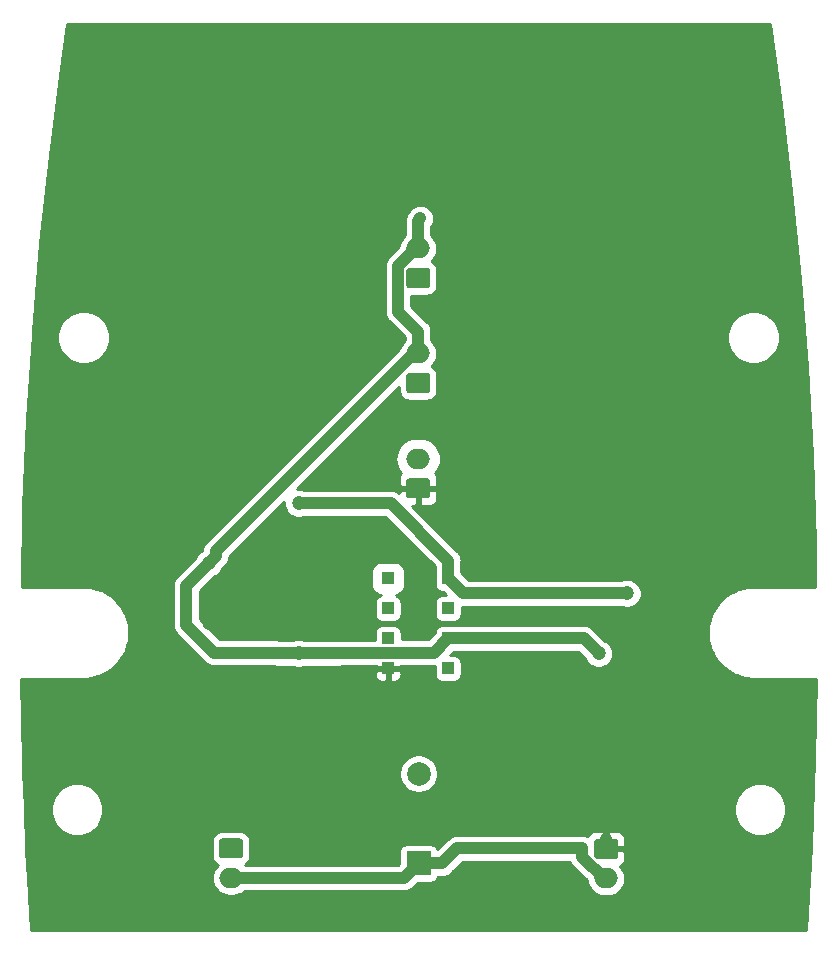
<source format=gbr>
%TF.GenerationSoftware,KiCad,Pcbnew,(5.1.5)-3*%
%TF.CreationDate,2020-08-07T17:04:35+02:00*%
%TF.ProjectId,continuity,636f6e74-696e-4756-9974-792e6b696361,rev?*%
%TF.SameCoordinates,Original*%
%TF.FileFunction,Copper,L2,Bot*%
%TF.FilePolarity,Positive*%
%FSLAX46Y46*%
G04 Gerber Fmt 4.6, Leading zero omitted, Abs format (unit mm)*
G04 Created by KiCad (PCBNEW (5.1.5)-3) date 2020-08-07 17:04:35*
%MOMM*%
%LPD*%
G04 APERTURE LIST*
%ADD10O,2.000000X1.700000*%
%ADD11C,0.100000*%
%ADD12R,1.000000X1.000000*%
%ADD13C,2.000000*%
%ADD14R,2.000000X2.000000*%
%ADD15C,1.200000*%
%ADD16C,1.000000*%
%ADD17C,0.254000*%
G04 APERTURE END LIST*
D10*
X59674025Y-63876329D03*
%TA.AperFunction,ComponentPad*%
D11*
G36*
X60448529Y-65527533D02*
G01*
X60472798Y-65531133D01*
X60496596Y-65537094D01*
X60519696Y-65545359D01*
X60541874Y-65555849D01*
X60562918Y-65568462D01*
X60582623Y-65583076D01*
X60600802Y-65599552D01*
X60617278Y-65617731D01*
X60631892Y-65637436D01*
X60644505Y-65658480D01*
X60654995Y-65680658D01*
X60663260Y-65703758D01*
X60669221Y-65727556D01*
X60672821Y-65751825D01*
X60674025Y-65776329D01*
X60674025Y-66976329D01*
X60672821Y-67000833D01*
X60669221Y-67025102D01*
X60663260Y-67048900D01*
X60654995Y-67072000D01*
X60644505Y-67094178D01*
X60631892Y-67115222D01*
X60617278Y-67134927D01*
X60600802Y-67153106D01*
X60582623Y-67169582D01*
X60562918Y-67184196D01*
X60541874Y-67196809D01*
X60519696Y-67207299D01*
X60496596Y-67215564D01*
X60472798Y-67221525D01*
X60448529Y-67225125D01*
X60424025Y-67226329D01*
X58924025Y-67226329D01*
X58899521Y-67225125D01*
X58875252Y-67221525D01*
X58851454Y-67215564D01*
X58828354Y-67207299D01*
X58806176Y-67196809D01*
X58785132Y-67184196D01*
X58765427Y-67169582D01*
X58747248Y-67153106D01*
X58730772Y-67134927D01*
X58716158Y-67115222D01*
X58703545Y-67094178D01*
X58693055Y-67072000D01*
X58684790Y-67048900D01*
X58678829Y-67025102D01*
X58675229Y-67000833D01*
X58674025Y-66976329D01*
X58674025Y-65776329D01*
X58675229Y-65751825D01*
X58678829Y-65727556D01*
X58684790Y-65703758D01*
X58693055Y-65680658D01*
X58703545Y-65658480D01*
X58716158Y-65637436D01*
X58730772Y-65617731D01*
X58747248Y-65599552D01*
X58765427Y-65583076D01*
X58785132Y-65568462D01*
X58806176Y-65555849D01*
X58828354Y-65545359D01*
X58851454Y-65537094D01*
X58875252Y-65531133D01*
X58899521Y-65527533D01*
X58924025Y-65526329D01*
X60424025Y-65526329D01*
X60448529Y-65527533D01*
G37*
%TD.AperFunction*%
D10*
X43839025Y-99356329D03*
%TA.AperFunction,ComponentPad*%
D11*
G36*
X44613529Y-96007533D02*
G01*
X44637798Y-96011133D01*
X44661596Y-96017094D01*
X44684696Y-96025359D01*
X44706874Y-96035849D01*
X44727918Y-96048462D01*
X44747623Y-96063076D01*
X44765802Y-96079552D01*
X44782278Y-96097731D01*
X44796892Y-96117436D01*
X44809505Y-96138480D01*
X44819995Y-96160658D01*
X44828260Y-96183758D01*
X44834221Y-96207556D01*
X44837821Y-96231825D01*
X44839025Y-96256329D01*
X44839025Y-97456329D01*
X44837821Y-97480833D01*
X44834221Y-97505102D01*
X44828260Y-97528900D01*
X44819995Y-97552000D01*
X44809505Y-97574178D01*
X44796892Y-97595222D01*
X44782278Y-97614927D01*
X44765802Y-97633106D01*
X44747623Y-97649582D01*
X44727918Y-97664196D01*
X44706874Y-97676809D01*
X44684696Y-97687299D01*
X44661596Y-97695564D01*
X44637798Y-97701525D01*
X44613529Y-97705125D01*
X44589025Y-97706329D01*
X43089025Y-97706329D01*
X43064521Y-97705125D01*
X43040252Y-97701525D01*
X43016454Y-97695564D01*
X42993354Y-97687299D01*
X42971176Y-97676809D01*
X42950132Y-97664196D01*
X42930427Y-97649582D01*
X42912248Y-97633106D01*
X42895772Y-97614927D01*
X42881158Y-97595222D01*
X42868545Y-97574178D01*
X42858055Y-97552000D01*
X42849790Y-97528900D01*
X42843829Y-97505102D01*
X42840229Y-97480833D01*
X42839025Y-97456329D01*
X42839025Y-96256329D01*
X42840229Y-96231825D01*
X42843829Y-96207556D01*
X42849790Y-96183758D01*
X42858055Y-96160658D01*
X42868545Y-96138480D01*
X42881158Y-96117436D01*
X42895772Y-96097731D01*
X42912248Y-96079552D01*
X42930427Y-96063076D01*
X42950132Y-96048462D01*
X42971176Y-96035849D01*
X42993354Y-96025359D01*
X43016454Y-96017094D01*
X43040252Y-96011133D01*
X43064521Y-96007533D01*
X43089025Y-96006329D01*
X44589025Y-96006329D01*
X44613529Y-96007533D01*
G37*
%TD.AperFunction*%
D10*
X59674025Y-46056329D03*
%TA.AperFunction,ComponentPad*%
D11*
G36*
X60448529Y-47707533D02*
G01*
X60472798Y-47711133D01*
X60496596Y-47717094D01*
X60519696Y-47725359D01*
X60541874Y-47735849D01*
X60562918Y-47748462D01*
X60582623Y-47763076D01*
X60600802Y-47779552D01*
X60617278Y-47797731D01*
X60631892Y-47817436D01*
X60644505Y-47838480D01*
X60654995Y-47860658D01*
X60663260Y-47883758D01*
X60669221Y-47907556D01*
X60672821Y-47931825D01*
X60674025Y-47956329D01*
X60674025Y-49156329D01*
X60672821Y-49180833D01*
X60669221Y-49205102D01*
X60663260Y-49228900D01*
X60654995Y-49252000D01*
X60644505Y-49274178D01*
X60631892Y-49295222D01*
X60617278Y-49314927D01*
X60600802Y-49333106D01*
X60582623Y-49349582D01*
X60562918Y-49364196D01*
X60541874Y-49376809D01*
X60519696Y-49387299D01*
X60496596Y-49395564D01*
X60472798Y-49401525D01*
X60448529Y-49405125D01*
X60424025Y-49406329D01*
X58924025Y-49406329D01*
X58899521Y-49405125D01*
X58875252Y-49401525D01*
X58851454Y-49395564D01*
X58828354Y-49387299D01*
X58806176Y-49376809D01*
X58785132Y-49364196D01*
X58765427Y-49349582D01*
X58747248Y-49333106D01*
X58730772Y-49314927D01*
X58716158Y-49295222D01*
X58703545Y-49274178D01*
X58693055Y-49252000D01*
X58684790Y-49228900D01*
X58678829Y-49205102D01*
X58675229Y-49180833D01*
X58674025Y-49156329D01*
X58674025Y-47956329D01*
X58675229Y-47931825D01*
X58678829Y-47907556D01*
X58684790Y-47883758D01*
X58693055Y-47860658D01*
X58703545Y-47838480D01*
X58716158Y-47817436D01*
X58730772Y-47797731D01*
X58747248Y-47779552D01*
X58765427Y-47763076D01*
X58785132Y-47748462D01*
X58806176Y-47735849D01*
X58828354Y-47725359D01*
X58851454Y-47717094D01*
X58875252Y-47711133D01*
X58899521Y-47707533D01*
X58924025Y-47706329D01*
X60424025Y-47706329D01*
X60448529Y-47707533D01*
G37*
%TD.AperFunction*%
D12*
X57134025Y-79076329D03*
X57134025Y-81616329D03*
X62214025Y-81616329D03*
X62214025Y-79076329D03*
X57134025Y-76536329D03*
X62214025Y-76536329D03*
X57134025Y-73996329D03*
X62214025Y-73996329D03*
D13*
X59714025Y-90526329D03*
D14*
X59714025Y-98126329D03*
D10*
X75589025Y-99396329D03*
%TA.AperFunction,ComponentPad*%
D11*
G36*
X76363529Y-96047533D02*
G01*
X76387798Y-96051133D01*
X76411596Y-96057094D01*
X76434696Y-96065359D01*
X76456874Y-96075849D01*
X76477918Y-96088462D01*
X76497623Y-96103076D01*
X76515802Y-96119552D01*
X76532278Y-96137731D01*
X76546892Y-96157436D01*
X76559505Y-96178480D01*
X76569995Y-96200658D01*
X76578260Y-96223758D01*
X76584221Y-96247556D01*
X76587821Y-96271825D01*
X76589025Y-96296329D01*
X76589025Y-97496329D01*
X76587821Y-97520833D01*
X76584221Y-97545102D01*
X76578260Y-97568900D01*
X76569995Y-97592000D01*
X76559505Y-97614178D01*
X76546892Y-97635222D01*
X76532278Y-97654927D01*
X76515802Y-97673106D01*
X76497623Y-97689582D01*
X76477918Y-97704196D01*
X76456874Y-97716809D01*
X76434696Y-97727299D01*
X76411596Y-97735564D01*
X76387798Y-97741525D01*
X76363529Y-97745125D01*
X76339025Y-97746329D01*
X74839025Y-97746329D01*
X74814521Y-97745125D01*
X74790252Y-97741525D01*
X74766454Y-97735564D01*
X74743354Y-97727299D01*
X74721176Y-97716809D01*
X74700132Y-97704196D01*
X74680427Y-97689582D01*
X74662248Y-97673106D01*
X74645772Y-97654927D01*
X74631158Y-97635222D01*
X74618545Y-97614178D01*
X74608055Y-97592000D01*
X74599790Y-97568900D01*
X74593829Y-97545102D01*
X74590229Y-97520833D01*
X74589025Y-97496329D01*
X74589025Y-96296329D01*
X74590229Y-96271825D01*
X74593829Y-96247556D01*
X74599790Y-96223758D01*
X74608055Y-96200658D01*
X74618545Y-96178480D01*
X74631158Y-96157436D01*
X74645772Y-96137731D01*
X74662248Y-96119552D01*
X74680427Y-96103076D01*
X74700132Y-96088462D01*
X74721176Y-96075849D01*
X74743354Y-96065359D01*
X74766454Y-96057094D01*
X74790252Y-96051133D01*
X74814521Y-96047533D01*
X74839025Y-96046329D01*
X76339025Y-96046329D01*
X76363529Y-96047533D01*
G37*
%TD.AperFunction*%
D10*
X59674025Y-54946329D03*
%TA.AperFunction,ComponentPad*%
D11*
G36*
X60448529Y-56597533D02*
G01*
X60472798Y-56601133D01*
X60496596Y-56607094D01*
X60519696Y-56615359D01*
X60541874Y-56625849D01*
X60562918Y-56638462D01*
X60582623Y-56653076D01*
X60600802Y-56669552D01*
X60617278Y-56687731D01*
X60631892Y-56707436D01*
X60644505Y-56728480D01*
X60654995Y-56750658D01*
X60663260Y-56773758D01*
X60669221Y-56797556D01*
X60672821Y-56821825D01*
X60674025Y-56846329D01*
X60674025Y-58046329D01*
X60672821Y-58070833D01*
X60669221Y-58095102D01*
X60663260Y-58118900D01*
X60654995Y-58142000D01*
X60644505Y-58164178D01*
X60631892Y-58185222D01*
X60617278Y-58204927D01*
X60600802Y-58223106D01*
X60582623Y-58239582D01*
X60562918Y-58254196D01*
X60541874Y-58266809D01*
X60519696Y-58277299D01*
X60496596Y-58285564D01*
X60472798Y-58291525D01*
X60448529Y-58295125D01*
X60424025Y-58296329D01*
X58924025Y-58296329D01*
X58899521Y-58295125D01*
X58875252Y-58291525D01*
X58851454Y-58285564D01*
X58828354Y-58277299D01*
X58806176Y-58266809D01*
X58785132Y-58254196D01*
X58765427Y-58239582D01*
X58747248Y-58223106D01*
X58730772Y-58204927D01*
X58716158Y-58185222D01*
X58703545Y-58164178D01*
X58693055Y-58142000D01*
X58684790Y-58118900D01*
X58678829Y-58095102D01*
X58675229Y-58070833D01*
X58674025Y-58046329D01*
X58674025Y-56846329D01*
X58675229Y-56821825D01*
X58678829Y-56797556D01*
X58684790Y-56773758D01*
X58693055Y-56750658D01*
X58703545Y-56728480D01*
X58716158Y-56707436D01*
X58730772Y-56687731D01*
X58747248Y-56669552D01*
X58765427Y-56653076D01*
X58785132Y-56638462D01*
X58806176Y-56625849D01*
X58828354Y-56615359D01*
X58851454Y-56607094D01*
X58875252Y-56601133D01*
X58899521Y-56597533D01*
X58924025Y-56596329D01*
X60424025Y-56596329D01*
X60448529Y-56597533D01*
G37*
%TD.AperFunction*%
D15*
X59714025Y-85426329D03*
X57174025Y-70821329D03*
X39394025Y-90506329D03*
X45744025Y-77806329D03*
X41934025Y-77806329D03*
X39394025Y-67646329D03*
X49554025Y-70186329D03*
X53364025Y-58756329D03*
X81304025Y-89236329D03*
X69874025Y-90506329D03*
X59714025Y-77806329D03*
X49523524Y-72739297D03*
X49554025Y-67646329D03*
X77365287Y-75266329D03*
X74954025Y-80346329D03*
X41934025Y-72726329D03*
X49554025Y-80346329D03*
D16*
X75589025Y-96896329D02*
X75589025Y-96046329D01*
X58484025Y-99356329D02*
X59714025Y-98126329D01*
X43839025Y-99356329D02*
X58484025Y-99356329D01*
X62984025Y-96856329D02*
X73589025Y-96856329D01*
X61714025Y-98126329D02*
X62984025Y-96856329D01*
X59714025Y-98126329D02*
X61714025Y-98126329D01*
X75395505Y-99396329D02*
X73589025Y-97589849D01*
X73589025Y-97589849D02*
X73589025Y-96856329D01*
X75589025Y-99396329D02*
X75395505Y-99396329D01*
X57364025Y-67646329D02*
X49554025Y-67646329D01*
X62214025Y-73996329D02*
X62214025Y-72496329D01*
X62214025Y-72496329D02*
X57364025Y-67646329D01*
X63484025Y-75266329D02*
X77365287Y-75266329D01*
X62214025Y-73996329D02*
X63484025Y-75266329D01*
X62214025Y-79076329D02*
X63714025Y-79076329D01*
X63714025Y-79076329D02*
X73684025Y-79076329D01*
X73684025Y-79076329D02*
X74954025Y-80346329D01*
X61014024Y-80276330D02*
X62214025Y-79076329D01*
X59674025Y-43714284D02*
X59674025Y-46056329D01*
X59871980Y-43516329D02*
X59674025Y-43714284D01*
X59674025Y-53096329D02*
X59674025Y-54946329D01*
X57974015Y-51396319D02*
X59674025Y-53096329D01*
X59480505Y-46056329D02*
X57974015Y-47562819D01*
X57974015Y-47562819D02*
X57974015Y-51396319D01*
X59674025Y-46056329D02*
X59480505Y-46056329D01*
X47579026Y-80276330D02*
X42430500Y-80276330D01*
X41334026Y-73326328D02*
X41934025Y-72726329D01*
X40064026Y-77909856D02*
X40064026Y-74596328D01*
X40064026Y-74596328D02*
X41334026Y-73326328D01*
X42534024Y-72126330D02*
X41934025Y-72726329D01*
X59674025Y-54946329D02*
X59292553Y-54946329D01*
X42430500Y-80276330D02*
X40064026Y-77909856D01*
X59292553Y-54946329D02*
X42534024Y-71704858D01*
X42534024Y-71704858D02*
X42534024Y-72126330D01*
X49554025Y-80346329D02*
X61014024Y-80276330D01*
X46309026Y-80276330D02*
X49554025Y-80346329D01*
D17*
G36*
X89463686Y-27030456D02*
G01*
X90410962Y-33801566D01*
X91290620Y-41218266D01*
X92014762Y-48651767D01*
X92583067Y-56098779D01*
X92995293Y-63556128D01*
X93251304Y-71021945D01*
X93315805Y-74679810D01*
X88052164Y-74679787D01*
X88049607Y-74680039D01*
X88038980Y-74680113D01*
X88005770Y-74683603D01*
X87972385Y-74683603D01*
X87962179Y-74684675D01*
X87348771Y-74753477D01*
X87283568Y-74767336D01*
X87218262Y-74780267D01*
X87208459Y-74783301D01*
X86620095Y-74969938D01*
X86558825Y-74996198D01*
X86497275Y-75021567D01*
X86488247Y-75026447D01*
X85947341Y-75323810D01*
X85892332Y-75361476D01*
X85836888Y-75398312D01*
X85828981Y-75404853D01*
X85356134Y-75801616D01*
X85309496Y-75849240D01*
X85262255Y-75896152D01*
X85255769Y-75904104D01*
X84868993Y-76385153D01*
X84832498Y-76440923D01*
X84795265Y-76496122D01*
X84790447Y-76505183D01*
X84504472Y-77052196D01*
X84479501Y-77114001D01*
X84453701Y-77175375D01*
X84450737Y-77185191D01*
X84450735Y-77185197D01*
X84450735Y-77185199D01*
X84276456Y-77777339D01*
X84263966Y-77842811D01*
X84250578Y-77908031D01*
X84249576Y-77918245D01*
X84193630Y-78532960D01*
X84194095Y-78599608D01*
X84193630Y-78666190D01*
X84194631Y-78676403D01*
X84259149Y-79290277D01*
X84272553Y-79355579D01*
X84285027Y-79420970D01*
X84287992Y-79430794D01*
X84470517Y-80020446D01*
X84496345Y-80081888D01*
X84521288Y-80143625D01*
X84526105Y-80152686D01*
X84819685Y-80695655D01*
X84856969Y-80750931D01*
X84893413Y-80806624D01*
X84899895Y-80814572D01*
X84899899Y-80814578D01*
X84899903Y-80814582D01*
X85293350Y-81290182D01*
X85340637Y-81337141D01*
X85387228Y-81384718D01*
X85395135Y-81391260D01*
X85873472Y-81781386D01*
X85928985Y-81818269D01*
X85983925Y-81855888D01*
X85992947Y-81860766D01*
X85992951Y-81860769D01*
X85992955Y-81860771D01*
X86537956Y-82150555D01*
X86599576Y-82175953D01*
X86660775Y-82202184D01*
X86670579Y-82205219D01*
X87261489Y-82383628D01*
X87326852Y-82396571D01*
X87391998Y-82410418D01*
X87402204Y-82411491D01*
X88016512Y-82471727D01*
X88016513Y-82471727D01*
X88052131Y-82475235D01*
X93332978Y-82475258D01*
X93220501Y-89203290D01*
X92939294Y-96666721D01*
X92524202Y-103741606D01*
X26906581Y-103741332D01*
X26645601Y-99356329D01*
X42196840Y-99356329D01*
X42225512Y-99647440D01*
X42310426Y-99927363D01*
X42448319Y-100185343D01*
X42633891Y-100411463D01*
X42860011Y-100597035D01*
X43117991Y-100734928D01*
X43397914Y-100819842D01*
X43616075Y-100841329D01*
X44061975Y-100841329D01*
X44280136Y-100819842D01*
X44560059Y-100734928D01*
X44818039Y-100597035D01*
X44946842Y-100491329D01*
X58428274Y-100491329D01*
X58484025Y-100496820D01*
X58539776Y-100491329D01*
X58539777Y-100491329D01*
X58706524Y-100474906D01*
X58920472Y-100410005D01*
X59117648Y-100304613D01*
X59290474Y-100162778D01*
X59326020Y-100119465D01*
X59681085Y-99764401D01*
X60714025Y-99764401D01*
X60838507Y-99752141D01*
X60958205Y-99715831D01*
X61068519Y-99656866D01*
X61165210Y-99577514D01*
X61244562Y-99480823D01*
X61303527Y-99370509D01*
X61336646Y-99261329D01*
X61658274Y-99261329D01*
X61714025Y-99266820D01*
X61769776Y-99261329D01*
X61769777Y-99261329D01*
X61936524Y-99244906D01*
X62150472Y-99180005D01*
X62347648Y-99074613D01*
X62520474Y-98932778D01*
X62556021Y-98889464D01*
X63454157Y-97991329D01*
X72524742Y-97991329D01*
X72535349Y-98026295D01*
X72640741Y-98223472D01*
X72782576Y-98396298D01*
X72825889Y-98431844D01*
X73963934Y-99569891D01*
X73975512Y-99687440D01*
X74060426Y-99967363D01*
X74198319Y-100225343D01*
X74383891Y-100451463D01*
X74610011Y-100637035D01*
X74867991Y-100774928D01*
X75147914Y-100859842D01*
X75366075Y-100881329D01*
X75811975Y-100881329D01*
X76030136Y-100859842D01*
X76310059Y-100774928D01*
X76568039Y-100637035D01*
X76794159Y-100451463D01*
X76979731Y-100225343D01*
X77117624Y-99967363D01*
X77202538Y-99687440D01*
X77231210Y-99396329D01*
X77202538Y-99105218D01*
X77117624Y-98825295D01*
X76979731Y-98567315D01*
X76798417Y-98346384D01*
X76833205Y-98335831D01*
X76943519Y-98276866D01*
X77040210Y-98197514D01*
X77119562Y-98100823D01*
X77178527Y-97990509D01*
X77214837Y-97870811D01*
X77227097Y-97746329D01*
X77224025Y-97182079D01*
X77065275Y-97023329D01*
X75716025Y-97023329D01*
X75716025Y-97043329D01*
X75462025Y-97043329D01*
X75462025Y-97023329D01*
X75442025Y-97023329D01*
X75442025Y-96769329D01*
X75462025Y-96769329D01*
X75462025Y-95570079D01*
X75716025Y-95570079D01*
X75716025Y-96769329D01*
X77065275Y-96769329D01*
X77224025Y-96610579D01*
X77227097Y-96046329D01*
X77214837Y-95921847D01*
X77178527Y-95802149D01*
X77119562Y-95691835D01*
X77040210Y-95595144D01*
X76943519Y-95515792D01*
X76833205Y-95456827D01*
X76713507Y-95420517D01*
X76589025Y-95408257D01*
X75874775Y-95411329D01*
X75716025Y-95570079D01*
X75462025Y-95570079D01*
X75303275Y-95411329D01*
X74589025Y-95408257D01*
X74464543Y-95420517D01*
X74344845Y-95456827D01*
X74234531Y-95515792D01*
X74137840Y-95595144D01*
X74058488Y-95691835D01*
X74002912Y-95795809D01*
X73811524Y-95737752D01*
X73644777Y-95721329D01*
X73589025Y-95715838D01*
X73533274Y-95721329D01*
X63039768Y-95721329D01*
X62984024Y-95715839D01*
X62928280Y-95721329D01*
X62928273Y-95721329D01*
X62782518Y-95735685D01*
X62761525Y-95737752D01*
X62711730Y-95752858D01*
X62547578Y-95802653D01*
X62350402Y-95908045D01*
X62177576Y-96049880D01*
X62142033Y-96093189D01*
X61315059Y-96920164D01*
X61303527Y-96882149D01*
X61244562Y-96771835D01*
X61165210Y-96675144D01*
X61068519Y-96595792D01*
X60958205Y-96536827D01*
X60838507Y-96500517D01*
X60714025Y-96488257D01*
X58714025Y-96488257D01*
X58589543Y-96500517D01*
X58469845Y-96536827D01*
X58359531Y-96595792D01*
X58262840Y-96675144D01*
X58183488Y-96771835D01*
X58124523Y-96882149D01*
X58088213Y-97001847D01*
X58075953Y-97126329D01*
X58075953Y-98159269D01*
X58013893Y-98221329D01*
X45032655Y-98221329D01*
X45082411Y-98194734D01*
X45216987Y-98084291D01*
X45327430Y-97949715D01*
X45409497Y-97796179D01*
X45460033Y-97629583D01*
X45477097Y-97456329D01*
X45477097Y-96256329D01*
X45460033Y-96083075D01*
X45409497Y-95916479D01*
X45327430Y-95762943D01*
X45216987Y-95628367D01*
X45082411Y-95517924D01*
X44928875Y-95435857D01*
X44762279Y-95385321D01*
X44589025Y-95368257D01*
X43089025Y-95368257D01*
X42915771Y-95385321D01*
X42749175Y-95435857D01*
X42595639Y-95517924D01*
X42461063Y-95628367D01*
X42350620Y-95762943D01*
X42268553Y-95916479D01*
X42218017Y-96083075D01*
X42200953Y-96256329D01*
X42200953Y-97456329D01*
X42218017Y-97629583D01*
X42268553Y-97796179D01*
X42350620Y-97949715D01*
X42461063Y-98084291D01*
X42595639Y-98194734D01*
X42697362Y-98249106D01*
X42633891Y-98301195D01*
X42448319Y-98527315D01*
X42310426Y-98785295D01*
X42225512Y-99065218D01*
X42196840Y-99356329D01*
X26645601Y-99356329D01*
X26503542Y-96969456D01*
X26364390Y-93357145D01*
X28566070Y-93357145D01*
X28566070Y-93797401D01*
X28651960Y-94229198D01*
X28820439Y-94635942D01*
X29065032Y-95002002D01*
X29376341Y-95313311D01*
X29742401Y-95557904D01*
X30149145Y-95726383D01*
X30580942Y-95812273D01*
X31021198Y-95812273D01*
X31452995Y-95726383D01*
X31859739Y-95557904D01*
X32225799Y-95313311D01*
X32537108Y-95002002D01*
X32781701Y-94635942D01*
X32950180Y-94229198D01*
X33036070Y-93797401D01*
X33036070Y-93357386D01*
X86392069Y-93357386D01*
X86392069Y-93797642D01*
X86477959Y-94229439D01*
X86646438Y-94636183D01*
X86891031Y-95002243D01*
X87202340Y-95313552D01*
X87568400Y-95558145D01*
X87975144Y-95726624D01*
X88406941Y-95812514D01*
X88847197Y-95812514D01*
X89278994Y-95726624D01*
X89685738Y-95558145D01*
X90051798Y-95313552D01*
X90363107Y-95002243D01*
X90607700Y-94636183D01*
X90776179Y-94229439D01*
X90862069Y-93797642D01*
X90862069Y-93357386D01*
X90776179Y-92925589D01*
X90607700Y-92518845D01*
X90363107Y-92152785D01*
X90051798Y-91841476D01*
X89685738Y-91596883D01*
X89278994Y-91428404D01*
X88847197Y-91342514D01*
X88406941Y-91342514D01*
X87975144Y-91428404D01*
X87568400Y-91596883D01*
X87202340Y-91841476D01*
X86891031Y-92152785D01*
X86646438Y-92518845D01*
X86477959Y-92925589D01*
X86392069Y-93357386D01*
X33036070Y-93357386D01*
X33036070Y-93357145D01*
X32950180Y-92925348D01*
X32781701Y-92518604D01*
X32537108Y-92152544D01*
X32225799Y-91841235D01*
X31859739Y-91596642D01*
X31452995Y-91428163D01*
X31021198Y-91342273D01*
X30580942Y-91342273D01*
X30149145Y-91428163D01*
X29742401Y-91596642D01*
X29376341Y-91841235D01*
X29065032Y-92152544D01*
X28820439Y-92518604D01*
X28651960Y-92925348D01*
X28566070Y-93357145D01*
X26364390Y-93357145D01*
X26249139Y-90365296D01*
X58079025Y-90365296D01*
X58079025Y-90687362D01*
X58141857Y-91003241D01*
X58265107Y-91300792D01*
X58444038Y-91568581D01*
X58671773Y-91796316D01*
X58939562Y-91975247D01*
X59237113Y-92098497D01*
X59552992Y-92161329D01*
X59875058Y-92161329D01*
X60190937Y-92098497D01*
X60488488Y-91975247D01*
X60756277Y-91796316D01*
X60984012Y-91568581D01*
X61162943Y-91300792D01*
X61286193Y-91003241D01*
X61349025Y-90687362D01*
X61349025Y-90365296D01*
X61286193Y-90049417D01*
X61162943Y-89751866D01*
X60984012Y-89484077D01*
X60756277Y-89256342D01*
X60488488Y-89077411D01*
X60190937Y-88954161D01*
X59875058Y-88891329D01*
X59552992Y-88891329D01*
X59237113Y-88954161D01*
X58939562Y-89077411D01*
X58671773Y-89256342D01*
X58444038Y-89484077D01*
X58265107Y-89751866D01*
X58141857Y-90049417D01*
X58079025Y-90365296D01*
X26249139Y-90365296D01*
X26216051Y-89506364D01*
X26092577Y-82474977D01*
X31376101Y-82475000D01*
X31378658Y-82474748D01*
X31389285Y-82474674D01*
X31422495Y-82471184D01*
X31455879Y-82471184D01*
X31466085Y-82470112D01*
X32079494Y-82401310D01*
X32144676Y-82387455D01*
X32210005Y-82374520D01*
X32219808Y-82371486D01*
X32808171Y-82184848D01*
X32869417Y-82158598D01*
X32930990Y-82133220D01*
X32940017Y-82128339D01*
X32961863Y-82116329D01*
X55995953Y-82116329D01*
X56008213Y-82240811D01*
X56044523Y-82360509D01*
X56103488Y-82470823D01*
X56182840Y-82567514D01*
X56279531Y-82646866D01*
X56389845Y-82705831D01*
X56509543Y-82742141D01*
X56634025Y-82754401D01*
X56848275Y-82751329D01*
X57007025Y-82592579D01*
X57007025Y-81743329D01*
X57261025Y-81743329D01*
X57261025Y-82592579D01*
X57419775Y-82751329D01*
X57634025Y-82754401D01*
X57758507Y-82742141D01*
X57878205Y-82705831D01*
X57988519Y-82646866D01*
X58085210Y-82567514D01*
X58164562Y-82470823D01*
X58223527Y-82360509D01*
X58259837Y-82240811D01*
X58272097Y-82116329D01*
X58269025Y-81902079D01*
X58110275Y-81743329D01*
X57261025Y-81743329D01*
X57007025Y-81743329D01*
X56157775Y-81743329D01*
X55999025Y-81902079D01*
X55995953Y-82116329D01*
X32961863Y-82116329D01*
X33480924Y-81830976D01*
X33535907Y-81793329D01*
X33591377Y-81756475D01*
X33599284Y-81749934D01*
X34072132Y-81353172D01*
X34118772Y-81305544D01*
X34166011Y-81258635D01*
X34172497Y-81250683D01*
X34559273Y-80769634D01*
X34595768Y-80713864D01*
X34633001Y-80658665D01*
X34637819Y-80649604D01*
X34923794Y-80102591D01*
X34948765Y-80040786D01*
X34974565Y-79979412D01*
X34977529Y-79969596D01*
X34977531Y-79969590D01*
X34977532Y-79969584D01*
X35151810Y-79377447D01*
X35164303Y-79311960D01*
X35177688Y-79246754D01*
X35178690Y-79236541D01*
X35234636Y-78621826D01*
X35234171Y-78555178D01*
X35234636Y-78488596D01*
X35233635Y-78478383D01*
X35169117Y-77864509D01*
X35155713Y-77799207D01*
X35143239Y-77733816D01*
X35140274Y-77723992D01*
X34957749Y-77134340D01*
X34931925Y-77072906D01*
X34906979Y-77011162D01*
X34902161Y-77002101D01*
X34608581Y-76459131D01*
X34571341Y-76403920D01*
X34534853Y-76348160D01*
X34528367Y-76340207D01*
X34134915Y-75864602D01*
X34087625Y-75817641D01*
X34041037Y-75770067D01*
X34033131Y-75763525D01*
X33554793Y-75373399D01*
X33499280Y-75336516D01*
X33444340Y-75298897D01*
X33435318Y-75294019D01*
X33435314Y-75294016D01*
X33435307Y-75294013D01*
X32890310Y-75004230D01*
X32828702Y-74978837D01*
X32767491Y-74952601D01*
X32757688Y-74949566D01*
X32166777Y-74771157D01*
X32101401Y-74758212D01*
X32036268Y-74744367D01*
X32026064Y-74743294D01*
X32026062Y-74743294D01*
X31411752Y-74683058D01*
X31411742Y-74683058D01*
X31376134Y-74679551D01*
X26115714Y-74679528D01*
X26117539Y-74596328D01*
X38923535Y-74596328D01*
X38929027Y-74652089D01*
X38929026Y-77854104D01*
X38923535Y-77909856D01*
X38929026Y-77965607D01*
X38945449Y-78132354D01*
X39010350Y-78346302D01*
X39115742Y-78543479D01*
X39257577Y-78716305D01*
X39300890Y-78751852D01*
X41588513Y-81039476D01*
X41624051Y-81082779D01*
X41667354Y-81118317D01*
X41667356Y-81118319D01*
X41789153Y-81218275D01*
X41796877Y-81224614D01*
X41994053Y-81330006D01*
X42208001Y-81394907D01*
X42368078Y-81410673D01*
X42430500Y-81416821D01*
X42486252Y-81411330D01*
X46296817Y-81411330D01*
X49040858Y-81470523D01*
X49193789Y-81533869D01*
X49432388Y-81581329D01*
X49675662Y-81581329D01*
X49914261Y-81533869D01*
X50048343Y-81478330D01*
X56109753Y-81441307D01*
X56157775Y-81489329D01*
X57007025Y-81489329D01*
X57007025Y-81469329D01*
X57261025Y-81469329D01*
X57261025Y-81489329D01*
X58110275Y-81489329D01*
X58170887Y-81428717D01*
X60961728Y-81411670D01*
X61014024Y-81416821D01*
X61073236Y-81410989D01*
X61075953Y-81410973D01*
X61075953Y-82116329D01*
X61088213Y-82240811D01*
X61124523Y-82360509D01*
X61183488Y-82470823D01*
X61262840Y-82567514D01*
X61359531Y-82646866D01*
X61469845Y-82705831D01*
X61589543Y-82742141D01*
X61714025Y-82754401D01*
X62714025Y-82754401D01*
X62838507Y-82742141D01*
X62958205Y-82705831D01*
X63068519Y-82646866D01*
X63165210Y-82567514D01*
X63244562Y-82470823D01*
X63303527Y-82360509D01*
X63339837Y-82240811D01*
X63352097Y-82116329D01*
X63352097Y-81116329D01*
X63339837Y-80991847D01*
X63303527Y-80872149D01*
X63244562Y-80761835D01*
X63165210Y-80665144D01*
X63068519Y-80585792D01*
X62958205Y-80526827D01*
X62838507Y-80490517D01*
X62714025Y-80478257D01*
X62417229Y-80478257D01*
X62681085Y-80214401D01*
X62714025Y-80214401D01*
X62745217Y-80211329D01*
X73213894Y-80211329D01*
X73807042Y-80804477D01*
X73859582Y-80931321D01*
X73994738Y-81133596D01*
X74166758Y-81305616D01*
X74369033Y-81440772D01*
X74593789Y-81533869D01*
X74832388Y-81581329D01*
X75075662Y-81581329D01*
X75314261Y-81533869D01*
X75539017Y-81440772D01*
X75741292Y-81305616D01*
X75913312Y-81133596D01*
X76048468Y-80931321D01*
X76141565Y-80706565D01*
X76189025Y-80467966D01*
X76189025Y-80224692D01*
X76141565Y-79986093D01*
X76048468Y-79761337D01*
X75913312Y-79559062D01*
X75741292Y-79387042D01*
X75539017Y-79251886D01*
X75412173Y-79199346D01*
X74526021Y-78313194D01*
X74490474Y-78269880D01*
X74317648Y-78128045D01*
X74120472Y-78022653D01*
X73906524Y-77957752D01*
X73739777Y-77941329D01*
X73739776Y-77941329D01*
X73684025Y-77935838D01*
X73628274Y-77941329D01*
X62745217Y-77941329D01*
X62714025Y-77938257D01*
X62238586Y-77938257D01*
X62214025Y-77935838D01*
X62189464Y-77938257D01*
X61714025Y-77938257D01*
X61589543Y-77950517D01*
X61469845Y-77986827D01*
X61359531Y-78045792D01*
X61262840Y-78125144D01*
X61183488Y-78221835D01*
X61124523Y-78332149D01*
X61088213Y-78451847D01*
X61075953Y-78576329D01*
X61075953Y-78609269D01*
X60541024Y-79144198D01*
X58272097Y-79158057D01*
X58272097Y-78576329D01*
X58259837Y-78451847D01*
X58223527Y-78332149D01*
X58164562Y-78221835D01*
X58085210Y-78125144D01*
X57988519Y-78045792D01*
X57878205Y-77986827D01*
X57758507Y-77950517D01*
X57634025Y-77938257D01*
X56634025Y-77938257D01*
X56509543Y-77950517D01*
X56389845Y-77986827D01*
X56279531Y-78045792D01*
X56182840Y-78125144D01*
X56103488Y-78221835D01*
X56044523Y-78332149D01*
X56008213Y-78451847D01*
X55995953Y-78576329D01*
X55995953Y-79171960D01*
X50033976Y-79208377D01*
X49914261Y-79158789D01*
X49675662Y-79111329D01*
X49432388Y-79111329D01*
X49193789Y-79158789D01*
X49091661Y-79201092D01*
X47856564Y-79174449D01*
X47801525Y-79157753D01*
X47634778Y-79141330D01*
X46321248Y-79141330D01*
X46277765Y-79140392D01*
X46265544Y-79141330D01*
X42900633Y-79141330D01*
X41199026Y-77439725D01*
X41199026Y-75066459D01*
X42176014Y-74089472D01*
X42176018Y-74089467D01*
X42392173Y-73873313D01*
X42519017Y-73820772D01*
X42721292Y-73685616D01*
X42893312Y-73513596D01*
X42904849Y-73496329D01*
X55702540Y-73496329D01*
X55702540Y-74496329D01*
X55720438Y-74678053D01*
X55773445Y-74852793D01*
X55859524Y-75013834D01*
X55975366Y-75154988D01*
X56116520Y-75270830D01*
X56277561Y-75356909D01*
X56452301Y-75409916D01*
X56497009Y-75414319D01*
X56389845Y-75446827D01*
X56279531Y-75505792D01*
X56182840Y-75585144D01*
X56103488Y-75681835D01*
X56044523Y-75792149D01*
X56008213Y-75911847D01*
X55995953Y-76036329D01*
X55995953Y-77036329D01*
X56008213Y-77160811D01*
X56044523Y-77280509D01*
X56103488Y-77390823D01*
X56182840Y-77487514D01*
X56279531Y-77566866D01*
X56389845Y-77625831D01*
X56509543Y-77662141D01*
X56634025Y-77674401D01*
X57634025Y-77674401D01*
X57758507Y-77662141D01*
X57878205Y-77625831D01*
X57988519Y-77566866D01*
X58085210Y-77487514D01*
X58164562Y-77390823D01*
X58223527Y-77280509D01*
X58259837Y-77160811D01*
X58272097Y-77036329D01*
X58272097Y-76036329D01*
X58259837Y-75911847D01*
X58223527Y-75792149D01*
X58164562Y-75681835D01*
X58085210Y-75585144D01*
X57988519Y-75505792D01*
X57878205Y-75446827D01*
X57771041Y-75414319D01*
X57815749Y-75409916D01*
X57990489Y-75356909D01*
X58151530Y-75270830D01*
X58292684Y-75154988D01*
X58408526Y-75013834D01*
X58494605Y-74852793D01*
X58547612Y-74678053D01*
X58565510Y-74496329D01*
X58565510Y-73496329D01*
X58547612Y-73314605D01*
X58494605Y-73139865D01*
X58408526Y-72978824D01*
X58292684Y-72837670D01*
X58151530Y-72721828D01*
X57990489Y-72635749D01*
X57815749Y-72582742D01*
X57634025Y-72564844D01*
X56634025Y-72564844D01*
X56452301Y-72582742D01*
X56277561Y-72635749D01*
X56116520Y-72721828D01*
X55975366Y-72837670D01*
X55859524Y-72978824D01*
X55773445Y-73139865D01*
X55720438Y-73314605D01*
X55702540Y-73496329D01*
X42904849Y-73496329D01*
X43028468Y-73311321D01*
X43081008Y-73184477D01*
X43297164Y-72968322D01*
X43340473Y-72932779D01*
X43482308Y-72759953D01*
X43587700Y-72562777D01*
X43652601Y-72348829D01*
X43669799Y-72174214D01*
X48319025Y-67524988D01*
X48319025Y-67767966D01*
X48366485Y-68006565D01*
X48459582Y-68231321D01*
X48594738Y-68433596D01*
X48766758Y-68605616D01*
X48969033Y-68740772D01*
X49193789Y-68833869D01*
X49432388Y-68881329D01*
X49675662Y-68881329D01*
X49914261Y-68833869D01*
X50041104Y-68781329D01*
X56893894Y-68781329D01*
X61079025Y-72966461D01*
X61079025Y-73465137D01*
X61075953Y-73496329D01*
X61075953Y-73971768D01*
X61073534Y-73996329D01*
X61075953Y-74020890D01*
X61075953Y-74496329D01*
X61088213Y-74620811D01*
X61124523Y-74740509D01*
X61183488Y-74850823D01*
X61262840Y-74947514D01*
X61359531Y-75026866D01*
X61469845Y-75085831D01*
X61589543Y-75122141D01*
X61714025Y-75134401D01*
X61746966Y-75134401D01*
X62010822Y-75398257D01*
X61714025Y-75398257D01*
X61589543Y-75410517D01*
X61469845Y-75446827D01*
X61359531Y-75505792D01*
X61262840Y-75585144D01*
X61183488Y-75681835D01*
X61124523Y-75792149D01*
X61088213Y-75911847D01*
X61075953Y-76036329D01*
X61075953Y-77036329D01*
X61088213Y-77160811D01*
X61124523Y-77280509D01*
X61183488Y-77390823D01*
X61262840Y-77487514D01*
X61359531Y-77566866D01*
X61469845Y-77625831D01*
X61589543Y-77662141D01*
X61714025Y-77674401D01*
X62714025Y-77674401D01*
X62838507Y-77662141D01*
X62958205Y-77625831D01*
X63068519Y-77566866D01*
X63165210Y-77487514D01*
X63244562Y-77390823D01*
X63303527Y-77280509D01*
X63339837Y-77160811D01*
X63352097Y-77036329D01*
X63352097Y-76393826D01*
X63428273Y-76401329D01*
X63428280Y-76401329D01*
X63484024Y-76406819D01*
X63539768Y-76401329D01*
X76878208Y-76401329D01*
X77005051Y-76453869D01*
X77243650Y-76501329D01*
X77486924Y-76501329D01*
X77725523Y-76453869D01*
X77950279Y-76360772D01*
X78152554Y-76225616D01*
X78324574Y-76053596D01*
X78459730Y-75851321D01*
X78552827Y-75626565D01*
X78600287Y-75387966D01*
X78600287Y-75144692D01*
X78552827Y-74906093D01*
X78459730Y-74681337D01*
X78324574Y-74479062D01*
X78152554Y-74307042D01*
X77950279Y-74171886D01*
X77725523Y-74078789D01*
X77486924Y-74031329D01*
X77243650Y-74031329D01*
X77005051Y-74078789D01*
X76878208Y-74131329D01*
X63954157Y-74131329D01*
X63352097Y-73529270D01*
X63352097Y-73496329D01*
X63349025Y-73465137D01*
X63349025Y-72552081D01*
X63354516Y-72496329D01*
X63332602Y-72273830D01*
X63267701Y-72059882D01*
X63162309Y-71862706D01*
X63083799Y-71767042D01*
X63020474Y-71689880D01*
X62977166Y-71654338D01*
X59185030Y-67862203D01*
X59388275Y-67861329D01*
X59547025Y-67702579D01*
X59547025Y-66503329D01*
X59801025Y-66503329D01*
X59801025Y-67702579D01*
X59959775Y-67861329D01*
X60674025Y-67864401D01*
X60798507Y-67852141D01*
X60918205Y-67815831D01*
X61028519Y-67756866D01*
X61125210Y-67677514D01*
X61204562Y-67580823D01*
X61263527Y-67470509D01*
X61299837Y-67350811D01*
X61312097Y-67226329D01*
X61309025Y-66662079D01*
X61150275Y-66503329D01*
X59801025Y-66503329D01*
X59547025Y-66503329D01*
X58197775Y-66503329D01*
X58039025Y-66662079D01*
X58038646Y-66731691D01*
X57997648Y-66698045D01*
X57800472Y-66592653D01*
X57586524Y-66527752D01*
X57419777Y-66511329D01*
X57419776Y-66511329D01*
X57364025Y-66505838D01*
X57308274Y-66511329D01*
X50041104Y-66511329D01*
X49914261Y-66458789D01*
X49675662Y-66411329D01*
X49432684Y-66411329D01*
X51967684Y-63876329D01*
X57738427Y-63876329D01*
X57772737Y-64224682D01*
X57874348Y-64559648D01*
X58039355Y-64868354D01*
X58215952Y-65083537D01*
X58143488Y-65171835D01*
X58084523Y-65282149D01*
X58048213Y-65401847D01*
X58035953Y-65526329D01*
X58039025Y-66090579D01*
X58197775Y-66249329D01*
X59547025Y-66249329D01*
X59547025Y-66229329D01*
X59801025Y-66229329D01*
X59801025Y-66249329D01*
X61150275Y-66249329D01*
X61309025Y-66090579D01*
X61312097Y-65526329D01*
X61299837Y-65401847D01*
X61263527Y-65282149D01*
X61204562Y-65171835D01*
X61132098Y-65083537D01*
X61308695Y-64868354D01*
X61473702Y-64559648D01*
X61575313Y-64224682D01*
X61609623Y-63876329D01*
X61575313Y-63527976D01*
X61473702Y-63193010D01*
X61308695Y-62884304D01*
X61086633Y-62613721D01*
X60816050Y-62391659D01*
X60507344Y-62226652D01*
X60172378Y-62125041D01*
X59911321Y-62099329D01*
X59436729Y-62099329D01*
X59175672Y-62125041D01*
X58840706Y-62226652D01*
X58532000Y-62391659D01*
X58261417Y-62613721D01*
X58039355Y-62884304D01*
X57874348Y-63193010D01*
X57772737Y-63527976D01*
X57738427Y-63876329D01*
X51967684Y-63876329D01*
X58035953Y-57808061D01*
X58035953Y-58046329D01*
X58053017Y-58219583D01*
X58103553Y-58386179D01*
X58185620Y-58539715D01*
X58296063Y-58674291D01*
X58430639Y-58784734D01*
X58584175Y-58866801D01*
X58750771Y-58917337D01*
X58924025Y-58934401D01*
X60424025Y-58934401D01*
X60597279Y-58917337D01*
X60763875Y-58866801D01*
X60917411Y-58784734D01*
X61051987Y-58674291D01*
X61162430Y-58539715D01*
X61244497Y-58386179D01*
X61295033Y-58219583D01*
X61312097Y-58046329D01*
X61312097Y-56846329D01*
X61295033Y-56673075D01*
X61244497Y-56506479D01*
X61162430Y-56352943D01*
X61051987Y-56218367D01*
X60917411Y-56107924D01*
X60815688Y-56053552D01*
X60879159Y-56001463D01*
X61064731Y-55775343D01*
X61202624Y-55517363D01*
X61287538Y-55237440D01*
X61316210Y-54946329D01*
X61287538Y-54655218D01*
X61202624Y-54375295D01*
X61064731Y-54117315D01*
X60879159Y-53891195D01*
X60809025Y-53833637D01*
X60809025Y-53357383D01*
X85820236Y-53357383D01*
X85820236Y-53797639D01*
X85906126Y-54229436D01*
X86074605Y-54636180D01*
X86319198Y-55002240D01*
X86630507Y-55313549D01*
X86996567Y-55558142D01*
X87403311Y-55726621D01*
X87835108Y-55812511D01*
X88275364Y-55812511D01*
X88707161Y-55726621D01*
X89113905Y-55558142D01*
X89479965Y-55313549D01*
X89791274Y-55002240D01*
X90035867Y-54636180D01*
X90204346Y-54229436D01*
X90290236Y-53797639D01*
X90290236Y-53357383D01*
X90204346Y-52925586D01*
X90035867Y-52518842D01*
X89791274Y-52152782D01*
X89479965Y-51841473D01*
X89113905Y-51596880D01*
X88707161Y-51428401D01*
X88275364Y-51342511D01*
X87835108Y-51342511D01*
X87403311Y-51428401D01*
X86996567Y-51596880D01*
X86630507Y-51841473D01*
X86319198Y-52152782D01*
X86074605Y-52518842D01*
X85906126Y-52925586D01*
X85820236Y-53357383D01*
X60809025Y-53357383D01*
X60809025Y-53152072D01*
X60814515Y-53096328D01*
X60809025Y-53040584D01*
X60809025Y-53040577D01*
X60792602Y-52873830D01*
X60727701Y-52659882D01*
X60622309Y-52462706D01*
X60480474Y-52289880D01*
X60437165Y-52254338D01*
X59109015Y-50926188D01*
X59109015Y-50044401D01*
X60424025Y-50044401D01*
X60597279Y-50027337D01*
X60763875Y-49976801D01*
X60917411Y-49894734D01*
X61051987Y-49784291D01*
X61162430Y-49649715D01*
X61244497Y-49496179D01*
X61295033Y-49329583D01*
X61312097Y-49156329D01*
X61312097Y-47956329D01*
X61295033Y-47783075D01*
X61244497Y-47616479D01*
X61162430Y-47462943D01*
X61051987Y-47328367D01*
X60917411Y-47217924D01*
X60815688Y-47163552D01*
X60879159Y-47111463D01*
X61064731Y-46885343D01*
X61202624Y-46627363D01*
X61287538Y-46347440D01*
X61316210Y-46056329D01*
X61287538Y-45765218D01*
X61202624Y-45485295D01*
X61064731Y-45227315D01*
X60879159Y-45001195D01*
X60809025Y-44943637D01*
X60809025Y-44163646D01*
X60820264Y-44149951D01*
X60925656Y-43952775D01*
X60990557Y-43738827D01*
X61012471Y-43516329D01*
X60990557Y-43293830D01*
X60925656Y-43079882D01*
X60820264Y-42882706D01*
X60678429Y-42709880D01*
X60505603Y-42568045D01*
X60308427Y-42462653D01*
X60094479Y-42397752D01*
X59871980Y-42375838D01*
X59649482Y-42397752D01*
X59435534Y-42462653D01*
X59238358Y-42568045D01*
X59108837Y-42674340D01*
X58910888Y-42872289D01*
X58867576Y-42907835D01*
X58725741Y-43080661D01*
X58620350Y-43277837D01*
X58620349Y-43277838D01*
X58555448Y-43491786D01*
X58533534Y-43714284D01*
X58539025Y-43770036D01*
X58539026Y-44943637D01*
X58468891Y-45001195D01*
X58283319Y-45227315D01*
X58145426Y-45485295D01*
X58060512Y-45765218D01*
X58048934Y-45882767D01*
X57210879Y-46720824D01*
X57167566Y-46756370D01*
X57025731Y-46929196D01*
X56920340Y-47126372D01*
X56920339Y-47126373D01*
X56855438Y-47340321D01*
X56833524Y-47562819D01*
X56839015Y-47618571D01*
X56839016Y-51340558D01*
X56833524Y-51396319D01*
X56855438Y-51618817D01*
X56920339Y-51832765D01*
X56924994Y-51841473D01*
X57025732Y-52029942D01*
X57167567Y-52202768D01*
X57210875Y-52238310D01*
X58539025Y-53566461D01*
X58539025Y-53833637D01*
X58468891Y-53891195D01*
X58283319Y-54117315D01*
X58145426Y-54375295D01*
X58096209Y-54537541D01*
X41770889Y-70862862D01*
X41727575Y-70898409D01*
X41585740Y-71071235D01*
X41482527Y-71264335D01*
X41480348Y-71268412D01*
X41415447Y-71482360D01*
X41402918Y-71609566D01*
X41349033Y-71631886D01*
X41146758Y-71767042D01*
X40974738Y-71939062D01*
X40839582Y-72141337D01*
X40787041Y-72268181D01*
X40570887Y-72484336D01*
X40570882Y-72484340D01*
X39300886Y-73754337D01*
X39257578Y-73789879D01*
X39115743Y-73962705D01*
X39097771Y-73996329D01*
X39010350Y-74159882D01*
X38945449Y-74373830D01*
X38923535Y-74596328D01*
X26117539Y-74596328D01*
X26263235Y-67956055D01*
X26583406Y-60494243D01*
X27039555Y-53357147D01*
X29138237Y-53357147D01*
X29138237Y-53797403D01*
X29224127Y-54229200D01*
X29392606Y-54635944D01*
X29637199Y-55002004D01*
X29948508Y-55313313D01*
X30314568Y-55557906D01*
X30721312Y-55726385D01*
X31153109Y-55812275D01*
X31593365Y-55812275D01*
X32025162Y-55726385D01*
X32431906Y-55557906D01*
X32797966Y-55313313D01*
X33109275Y-55002004D01*
X33353868Y-54635944D01*
X33522347Y-54229200D01*
X33608237Y-53797403D01*
X33608237Y-53357147D01*
X33522347Y-52925350D01*
X33353868Y-52518606D01*
X33109275Y-52152546D01*
X32797966Y-51841237D01*
X32431906Y-51596644D01*
X32025162Y-51428165D01*
X31593365Y-51342275D01*
X31153109Y-51342275D01*
X30721312Y-51428165D01*
X30314568Y-51596644D01*
X29948508Y-51841237D01*
X29637199Y-52152546D01*
X29392606Y-52518606D01*
X29224127Y-52925350D01*
X29138237Y-53357147D01*
X27039555Y-53357147D01*
X27059774Y-53040799D01*
X27692136Y-45598898D01*
X28480208Y-38171893D01*
X29423839Y-30761509D01*
X29962239Y-27030208D01*
X89463686Y-27030456D01*
G37*
X89463686Y-27030456D02*
X90410962Y-33801566D01*
X91290620Y-41218266D01*
X92014762Y-48651767D01*
X92583067Y-56098779D01*
X92995293Y-63556128D01*
X93251304Y-71021945D01*
X93315805Y-74679810D01*
X88052164Y-74679787D01*
X88049607Y-74680039D01*
X88038980Y-74680113D01*
X88005770Y-74683603D01*
X87972385Y-74683603D01*
X87962179Y-74684675D01*
X87348771Y-74753477D01*
X87283568Y-74767336D01*
X87218262Y-74780267D01*
X87208459Y-74783301D01*
X86620095Y-74969938D01*
X86558825Y-74996198D01*
X86497275Y-75021567D01*
X86488247Y-75026447D01*
X85947341Y-75323810D01*
X85892332Y-75361476D01*
X85836888Y-75398312D01*
X85828981Y-75404853D01*
X85356134Y-75801616D01*
X85309496Y-75849240D01*
X85262255Y-75896152D01*
X85255769Y-75904104D01*
X84868993Y-76385153D01*
X84832498Y-76440923D01*
X84795265Y-76496122D01*
X84790447Y-76505183D01*
X84504472Y-77052196D01*
X84479501Y-77114001D01*
X84453701Y-77175375D01*
X84450737Y-77185191D01*
X84450735Y-77185197D01*
X84450735Y-77185199D01*
X84276456Y-77777339D01*
X84263966Y-77842811D01*
X84250578Y-77908031D01*
X84249576Y-77918245D01*
X84193630Y-78532960D01*
X84194095Y-78599608D01*
X84193630Y-78666190D01*
X84194631Y-78676403D01*
X84259149Y-79290277D01*
X84272553Y-79355579D01*
X84285027Y-79420970D01*
X84287992Y-79430794D01*
X84470517Y-80020446D01*
X84496345Y-80081888D01*
X84521288Y-80143625D01*
X84526105Y-80152686D01*
X84819685Y-80695655D01*
X84856969Y-80750931D01*
X84893413Y-80806624D01*
X84899895Y-80814572D01*
X84899899Y-80814578D01*
X84899903Y-80814582D01*
X85293350Y-81290182D01*
X85340637Y-81337141D01*
X85387228Y-81384718D01*
X85395135Y-81391260D01*
X85873472Y-81781386D01*
X85928985Y-81818269D01*
X85983925Y-81855888D01*
X85992947Y-81860766D01*
X85992951Y-81860769D01*
X85992955Y-81860771D01*
X86537956Y-82150555D01*
X86599576Y-82175953D01*
X86660775Y-82202184D01*
X86670579Y-82205219D01*
X87261489Y-82383628D01*
X87326852Y-82396571D01*
X87391998Y-82410418D01*
X87402204Y-82411491D01*
X88016512Y-82471727D01*
X88016513Y-82471727D01*
X88052131Y-82475235D01*
X93332978Y-82475258D01*
X93220501Y-89203290D01*
X92939294Y-96666721D01*
X92524202Y-103741606D01*
X26906581Y-103741332D01*
X26645601Y-99356329D01*
X42196840Y-99356329D01*
X42225512Y-99647440D01*
X42310426Y-99927363D01*
X42448319Y-100185343D01*
X42633891Y-100411463D01*
X42860011Y-100597035D01*
X43117991Y-100734928D01*
X43397914Y-100819842D01*
X43616075Y-100841329D01*
X44061975Y-100841329D01*
X44280136Y-100819842D01*
X44560059Y-100734928D01*
X44818039Y-100597035D01*
X44946842Y-100491329D01*
X58428274Y-100491329D01*
X58484025Y-100496820D01*
X58539776Y-100491329D01*
X58539777Y-100491329D01*
X58706524Y-100474906D01*
X58920472Y-100410005D01*
X59117648Y-100304613D01*
X59290474Y-100162778D01*
X59326020Y-100119465D01*
X59681085Y-99764401D01*
X60714025Y-99764401D01*
X60838507Y-99752141D01*
X60958205Y-99715831D01*
X61068519Y-99656866D01*
X61165210Y-99577514D01*
X61244562Y-99480823D01*
X61303527Y-99370509D01*
X61336646Y-99261329D01*
X61658274Y-99261329D01*
X61714025Y-99266820D01*
X61769776Y-99261329D01*
X61769777Y-99261329D01*
X61936524Y-99244906D01*
X62150472Y-99180005D01*
X62347648Y-99074613D01*
X62520474Y-98932778D01*
X62556021Y-98889464D01*
X63454157Y-97991329D01*
X72524742Y-97991329D01*
X72535349Y-98026295D01*
X72640741Y-98223472D01*
X72782576Y-98396298D01*
X72825889Y-98431844D01*
X73963934Y-99569891D01*
X73975512Y-99687440D01*
X74060426Y-99967363D01*
X74198319Y-100225343D01*
X74383891Y-100451463D01*
X74610011Y-100637035D01*
X74867991Y-100774928D01*
X75147914Y-100859842D01*
X75366075Y-100881329D01*
X75811975Y-100881329D01*
X76030136Y-100859842D01*
X76310059Y-100774928D01*
X76568039Y-100637035D01*
X76794159Y-100451463D01*
X76979731Y-100225343D01*
X77117624Y-99967363D01*
X77202538Y-99687440D01*
X77231210Y-99396329D01*
X77202538Y-99105218D01*
X77117624Y-98825295D01*
X76979731Y-98567315D01*
X76798417Y-98346384D01*
X76833205Y-98335831D01*
X76943519Y-98276866D01*
X77040210Y-98197514D01*
X77119562Y-98100823D01*
X77178527Y-97990509D01*
X77214837Y-97870811D01*
X77227097Y-97746329D01*
X77224025Y-97182079D01*
X77065275Y-97023329D01*
X75716025Y-97023329D01*
X75716025Y-97043329D01*
X75462025Y-97043329D01*
X75462025Y-97023329D01*
X75442025Y-97023329D01*
X75442025Y-96769329D01*
X75462025Y-96769329D01*
X75462025Y-95570079D01*
X75716025Y-95570079D01*
X75716025Y-96769329D01*
X77065275Y-96769329D01*
X77224025Y-96610579D01*
X77227097Y-96046329D01*
X77214837Y-95921847D01*
X77178527Y-95802149D01*
X77119562Y-95691835D01*
X77040210Y-95595144D01*
X76943519Y-95515792D01*
X76833205Y-95456827D01*
X76713507Y-95420517D01*
X76589025Y-95408257D01*
X75874775Y-95411329D01*
X75716025Y-95570079D01*
X75462025Y-95570079D01*
X75303275Y-95411329D01*
X74589025Y-95408257D01*
X74464543Y-95420517D01*
X74344845Y-95456827D01*
X74234531Y-95515792D01*
X74137840Y-95595144D01*
X74058488Y-95691835D01*
X74002912Y-95795809D01*
X73811524Y-95737752D01*
X73644777Y-95721329D01*
X73589025Y-95715838D01*
X73533274Y-95721329D01*
X63039768Y-95721329D01*
X62984024Y-95715839D01*
X62928280Y-95721329D01*
X62928273Y-95721329D01*
X62782518Y-95735685D01*
X62761525Y-95737752D01*
X62711730Y-95752858D01*
X62547578Y-95802653D01*
X62350402Y-95908045D01*
X62177576Y-96049880D01*
X62142033Y-96093189D01*
X61315059Y-96920164D01*
X61303527Y-96882149D01*
X61244562Y-96771835D01*
X61165210Y-96675144D01*
X61068519Y-96595792D01*
X60958205Y-96536827D01*
X60838507Y-96500517D01*
X60714025Y-96488257D01*
X58714025Y-96488257D01*
X58589543Y-96500517D01*
X58469845Y-96536827D01*
X58359531Y-96595792D01*
X58262840Y-96675144D01*
X58183488Y-96771835D01*
X58124523Y-96882149D01*
X58088213Y-97001847D01*
X58075953Y-97126329D01*
X58075953Y-98159269D01*
X58013893Y-98221329D01*
X45032655Y-98221329D01*
X45082411Y-98194734D01*
X45216987Y-98084291D01*
X45327430Y-97949715D01*
X45409497Y-97796179D01*
X45460033Y-97629583D01*
X45477097Y-97456329D01*
X45477097Y-96256329D01*
X45460033Y-96083075D01*
X45409497Y-95916479D01*
X45327430Y-95762943D01*
X45216987Y-95628367D01*
X45082411Y-95517924D01*
X44928875Y-95435857D01*
X44762279Y-95385321D01*
X44589025Y-95368257D01*
X43089025Y-95368257D01*
X42915771Y-95385321D01*
X42749175Y-95435857D01*
X42595639Y-95517924D01*
X42461063Y-95628367D01*
X42350620Y-95762943D01*
X42268553Y-95916479D01*
X42218017Y-96083075D01*
X42200953Y-96256329D01*
X42200953Y-97456329D01*
X42218017Y-97629583D01*
X42268553Y-97796179D01*
X42350620Y-97949715D01*
X42461063Y-98084291D01*
X42595639Y-98194734D01*
X42697362Y-98249106D01*
X42633891Y-98301195D01*
X42448319Y-98527315D01*
X42310426Y-98785295D01*
X42225512Y-99065218D01*
X42196840Y-99356329D01*
X26645601Y-99356329D01*
X26503542Y-96969456D01*
X26364390Y-93357145D01*
X28566070Y-93357145D01*
X28566070Y-93797401D01*
X28651960Y-94229198D01*
X28820439Y-94635942D01*
X29065032Y-95002002D01*
X29376341Y-95313311D01*
X29742401Y-95557904D01*
X30149145Y-95726383D01*
X30580942Y-95812273D01*
X31021198Y-95812273D01*
X31452995Y-95726383D01*
X31859739Y-95557904D01*
X32225799Y-95313311D01*
X32537108Y-95002002D01*
X32781701Y-94635942D01*
X32950180Y-94229198D01*
X33036070Y-93797401D01*
X33036070Y-93357386D01*
X86392069Y-93357386D01*
X86392069Y-93797642D01*
X86477959Y-94229439D01*
X86646438Y-94636183D01*
X86891031Y-95002243D01*
X87202340Y-95313552D01*
X87568400Y-95558145D01*
X87975144Y-95726624D01*
X88406941Y-95812514D01*
X88847197Y-95812514D01*
X89278994Y-95726624D01*
X89685738Y-95558145D01*
X90051798Y-95313552D01*
X90363107Y-95002243D01*
X90607700Y-94636183D01*
X90776179Y-94229439D01*
X90862069Y-93797642D01*
X90862069Y-93357386D01*
X90776179Y-92925589D01*
X90607700Y-92518845D01*
X90363107Y-92152785D01*
X90051798Y-91841476D01*
X89685738Y-91596883D01*
X89278994Y-91428404D01*
X88847197Y-91342514D01*
X88406941Y-91342514D01*
X87975144Y-91428404D01*
X87568400Y-91596883D01*
X87202340Y-91841476D01*
X86891031Y-92152785D01*
X86646438Y-92518845D01*
X86477959Y-92925589D01*
X86392069Y-93357386D01*
X33036070Y-93357386D01*
X33036070Y-93357145D01*
X32950180Y-92925348D01*
X32781701Y-92518604D01*
X32537108Y-92152544D01*
X32225799Y-91841235D01*
X31859739Y-91596642D01*
X31452995Y-91428163D01*
X31021198Y-91342273D01*
X30580942Y-91342273D01*
X30149145Y-91428163D01*
X29742401Y-91596642D01*
X29376341Y-91841235D01*
X29065032Y-92152544D01*
X28820439Y-92518604D01*
X28651960Y-92925348D01*
X28566070Y-93357145D01*
X26364390Y-93357145D01*
X26249139Y-90365296D01*
X58079025Y-90365296D01*
X58079025Y-90687362D01*
X58141857Y-91003241D01*
X58265107Y-91300792D01*
X58444038Y-91568581D01*
X58671773Y-91796316D01*
X58939562Y-91975247D01*
X59237113Y-92098497D01*
X59552992Y-92161329D01*
X59875058Y-92161329D01*
X60190937Y-92098497D01*
X60488488Y-91975247D01*
X60756277Y-91796316D01*
X60984012Y-91568581D01*
X61162943Y-91300792D01*
X61286193Y-91003241D01*
X61349025Y-90687362D01*
X61349025Y-90365296D01*
X61286193Y-90049417D01*
X61162943Y-89751866D01*
X60984012Y-89484077D01*
X60756277Y-89256342D01*
X60488488Y-89077411D01*
X60190937Y-88954161D01*
X59875058Y-88891329D01*
X59552992Y-88891329D01*
X59237113Y-88954161D01*
X58939562Y-89077411D01*
X58671773Y-89256342D01*
X58444038Y-89484077D01*
X58265107Y-89751866D01*
X58141857Y-90049417D01*
X58079025Y-90365296D01*
X26249139Y-90365296D01*
X26216051Y-89506364D01*
X26092577Y-82474977D01*
X31376101Y-82475000D01*
X31378658Y-82474748D01*
X31389285Y-82474674D01*
X31422495Y-82471184D01*
X31455879Y-82471184D01*
X31466085Y-82470112D01*
X32079494Y-82401310D01*
X32144676Y-82387455D01*
X32210005Y-82374520D01*
X32219808Y-82371486D01*
X32808171Y-82184848D01*
X32869417Y-82158598D01*
X32930990Y-82133220D01*
X32940017Y-82128339D01*
X32961863Y-82116329D01*
X55995953Y-82116329D01*
X56008213Y-82240811D01*
X56044523Y-82360509D01*
X56103488Y-82470823D01*
X56182840Y-82567514D01*
X56279531Y-82646866D01*
X56389845Y-82705831D01*
X56509543Y-82742141D01*
X56634025Y-82754401D01*
X56848275Y-82751329D01*
X57007025Y-82592579D01*
X57007025Y-81743329D01*
X57261025Y-81743329D01*
X57261025Y-82592579D01*
X57419775Y-82751329D01*
X57634025Y-82754401D01*
X57758507Y-82742141D01*
X57878205Y-82705831D01*
X57988519Y-82646866D01*
X58085210Y-82567514D01*
X58164562Y-82470823D01*
X58223527Y-82360509D01*
X58259837Y-82240811D01*
X58272097Y-82116329D01*
X58269025Y-81902079D01*
X58110275Y-81743329D01*
X57261025Y-81743329D01*
X57007025Y-81743329D01*
X56157775Y-81743329D01*
X55999025Y-81902079D01*
X55995953Y-82116329D01*
X32961863Y-82116329D01*
X33480924Y-81830976D01*
X33535907Y-81793329D01*
X33591377Y-81756475D01*
X33599284Y-81749934D01*
X34072132Y-81353172D01*
X34118772Y-81305544D01*
X34166011Y-81258635D01*
X34172497Y-81250683D01*
X34559273Y-80769634D01*
X34595768Y-80713864D01*
X34633001Y-80658665D01*
X34637819Y-80649604D01*
X34923794Y-80102591D01*
X34948765Y-80040786D01*
X34974565Y-79979412D01*
X34977529Y-79969596D01*
X34977531Y-79969590D01*
X34977532Y-79969584D01*
X35151810Y-79377447D01*
X35164303Y-79311960D01*
X35177688Y-79246754D01*
X35178690Y-79236541D01*
X35234636Y-78621826D01*
X35234171Y-78555178D01*
X35234636Y-78488596D01*
X35233635Y-78478383D01*
X35169117Y-77864509D01*
X35155713Y-77799207D01*
X35143239Y-77733816D01*
X35140274Y-77723992D01*
X34957749Y-77134340D01*
X34931925Y-77072906D01*
X34906979Y-77011162D01*
X34902161Y-77002101D01*
X34608581Y-76459131D01*
X34571341Y-76403920D01*
X34534853Y-76348160D01*
X34528367Y-76340207D01*
X34134915Y-75864602D01*
X34087625Y-75817641D01*
X34041037Y-75770067D01*
X34033131Y-75763525D01*
X33554793Y-75373399D01*
X33499280Y-75336516D01*
X33444340Y-75298897D01*
X33435318Y-75294019D01*
X33435314Y-75294016D01*
X33435307Y-75294013D01*
X32890310Y-75004230D01*
X32828702Y-74978837D01*
X32767491Y-74952601D01*
X32757688Y-74949566D01*
X32166777Y-74771157D01*
X32101401Y-74758212D01*
X32036268Y-74744367D01*
X32026064Y-74743294D01*
X32026062Y-74743294D01*
X31411752Y-74683058D01*
X31411742Y-74683058D01*
X31376134Y-74679551D01*
X26115714Y-74679528D01*
X26117539Y-74596328D01*
X38923535Y-74596328D01*
X38929027Y-74652089D01*
X38929026Y-77854104D01*
X38923535Y-77909856D01*
X38929026Y-77965607D01*
X38945449Y-78132354D01*
X39010350Y-78346302D01*
X39115742Y-78543479D01*
X39257577Y-78716305D01*
X39300890Y-78751852D01*
X41588513Y-81039476D01*
X41624051Y-81082779D01*
X41667354Y-81118317D01*
X41667356Y-81118319D01*
X41789153Y-81218275D01*
X41796877Y-81224614D01*
X41994053Y-81330006D01*
X42208001Y-81394907D01*
X42368078Y-81410673D01*
X42430500Y-81416821D01*
X42486252Y-81411330D01*
X46296817Y-81411330D01*
X49040858Y-81470523D01*
X49193789Y-81533869D01*
X49432388Y-81581329D01*
X49675662Y-81581329D01*
X49914261Y-81533869D01*
X50048343Y-81478330D01*
X56109753Y-81441307D01*
X56157775Y-81489329D01*
X57007025Y-81489329D01*
X57007025Y-81469329D01*
X57261025Y-81469329D01*
X57261025Y-81489329D01*
X58110275Y-81489329D01*
X58170887Y-81428717D01*
X60961728Y-81411670D01*
X61014024Y-81416821D01*
X61073236Y-81410989D01*
X61075953Y-81410973D01*
X61075953Y-82116329D01*
X61088213Y-82240811D01*
X61124523Y-82360509D01*
X61183488Y-82470823D01*
X61262840Y-82567514D01*
X61359531Y-82646866D01*
X61469845Y-82705831D01*
X61589543Y-82742141D01*
X61714025Y-82754401D01*
X62714025Y-82754401D01*
X62838507Y-82742141D01*
X62958205Y-82705831D01*
X63068519Y-82646866D01*
X63165210Y-82567514D01*
X63244562Y-82470823D01*
X63303527Y-82360509D01*
X63339837Y-82240811D01*
X63352097Y-82116329D01*
X63352097Y-81116329D01*
X63339837Y-80991847D01*
X63303527Y-80872149D01*
X63244562Y-80761835D01*
X63165210Y-80665144D01*
X63068519Y-80585792D01*
X62958205Y-80526827D01*
X62838507Y-80490517D01*
X62714025Y-80478257D01*
X62417229Y-80478257D01*
X62681085Y-80214401D01*
X62714025Y-80214401D01*
X62745217Y-80211329D01*
X73213894Y-80211329D01*
X73807042Y-80804477D01*
X73859582Y-80931321D01*
X73994738Y-81133596D01*
X74166758Y-81305616D01*
X74369033Y-81440772D01*
X74593789Y-81533869D01*
X74832388Y-81581329D01*
X75075662Y-81581329D01*
X75314261Y-81533869D01*
X75539017Y-81440772D01*
X75741292Y-81305616D01*
X75913312Y-81133596D01*
X76048468Y-80931321D01*
X76141565Y-80706565D01*
X76189025Y-80467966D01*
X76189025Y-80224692D01*
X76141565Y-79986093D01*
X76048468Y-79761337D01*
X75913312Y-79559062D01*
X75741292Y-79387042D01*
X75539017Y-79251886D01*
X75412173Y-79199346D01*
X74526021Y-78313194D01*
X74490474Y-78269880D01*
X74317648Y-78128045D01*
X74120472Y-78022653D01*
X73906524Y-77957752D01*
X73739777Y-77941329D01*
X73739776Y-77941329D01*
X73684025Y-77935838D01*
X73628274Y-77941329D01*
X62745217Y-77941329D01*
X62714025Y-77938257D01*
X62238586Y-77938257D01*
X62214025Y-77935838D01*
X62189464Y-77938257D01*
X61714025Y-77938257D01*
X61589543Y-77950517D01*
X61469845Y-77986827D01*
X61359531Y-78045792D01*
X61262840Y-78125144D01*
X61183488Y-78221835D01*
X61124523Y-78332149D01*
X61088213Y-78451847D01*
X61075953Y-78576329D01*
X61075953Y-78609269D01*
X60541024Y-79144198D01*
X58272097Y-79158057D01*
X58272097Y-78576329D01*
X58259837Y-78451847D01*
X58223527Y-78332149D01*
X58164562Y-78221835D01*
X58085210Y-78125144D01*
X57988519Y-78045792D01*
X57878205Y-77986827D01*
X57758507Y-77950517D01*
X57634025Y-77938257D01*
X56634025Y-77938257D01*
X56509543Y-77950517D01*
X56389845Y-77986827D01*
X56279531Y-78045792D01*
X56182840Y-78125144D01*
X56103488Y-78221835D01*
X56044523Y-78332149D01*
X56008213Y-78451847D01*
X55995953Y-78576329D01*
X55995953Y-79171960D01*
X50033976Y-79208377D01*
X49914261Y-79158789D01*
X49675662Y-79111329D01*
X49432388Y-79111329D01*
X49193789Y-79158789D01*
X49091661Y-79201092D01*
X47856564Y-79174449D01*
X47801525Y-79157753D01*
X47634778Y-79141330D01*
X46321248Y-79141330D01*
X46277765Y-79140392D01*
X46265544Y-79141330D01*
X42900633Y-79141330D01*
X41199026Y-77439725D01*
X41199026Y-75066459D01*
X42176014Y-74089472D01*
X42176018Y-74089467D01*
X42392173Y-73873313D01*
X42519017Y-73820772D01*
X42721292Y-73685616D01*
X42893312Y-73513596D01*
X42904849Y-73496329D01*
X55702540Y-73496329D01*
X55702540Y-74496329D01*
X55720438Y-74678053D01*
X55773445Y-74852793D01*
X55859524Y-75013834D01*
X55975366Y-75154988D01*
X56116520Y-75270830D01*
X56277561Y-75356909D01*
X56452301Y-75409916D01*
X56497009Y-75414319D01*
X56389845Y-75446827D01*
X56279531Y-75505792D01*
X56182840Y-75585144D01*
X56103488Y-75681835D01*
X56044523Y-75792149D01*
X56008213Y-75911847D01*
X55995953Y-76036329D01*
X55995953Y-77036329D01*
X56008213Y-77160811D01*
X56044523Y-77280509D01*
X56103488Y-77390823D01*
X56182840Y-77487514D01*
X56279531Y-77566866D01*
X56389845Y-77625831D01*
X56509543Y-77662141D01*
X56634025Y-77674401D01*
X57634025Y-77674401D01*
X57758507Y-77662141D01*
X57878205Y-77625831D01*
X57988519Y-77566866D01*
X58085210Y-77487514D01*
X58164562Y-77390823D01*
X58223527Y-77280509D01*
X58259837Y-77160811D01*
X58272097Y-77036329D01*
X58272097Y-76036329D01*
X58259837Y-75911847D01*
X58223527Y-75792149D01*
X58164562Y-75681835D01*
X58085210Y-75585144D01*
X57988519Y-75505792D01*
X57878205Y-75446827D01*
X57771041Y-75414319D01*
X57815749Y-75409916D01*
X57990489Y-75356909D01*
X58151530Y-75270830D01*
X58292684Y-75154988D01*
X58408526Y-75013834D01*
X58494605Y-74852793D01*
X58547612Y-74678053D01*
X58565510Y-74496329D01*
X58565510Y-73496329D01*
X58547612Y-73314605D01*
X58494605Y-73139865D01*
X58408526Y-72978824D01*
X58292684Y-72837670D01*
X58151530Y-72721828D01*
X57990489Y-72635749D01*
X57815749Y-72582742D01*
X57634025Y-72564844D01*
X56634025Y-72564844D01*
X56452301Y-72582742D01*
X56277561Y-72635749D01*
X56116520Y-72721828D01*
X55975366Y-72837670D01*
X55859524Y-72978824D01*
X55773445Y-73139865D01*
X55720438Y-73314605D01*
X55702540Y-73496329D01*
X42904849Y-73496329D01*
X43028468Y-73311321D01*
X43081008Y-73184477D01*
X43297164Y-72968322D01*
X43340473Y-72932779D01*
X43482308Y-72759953D01*
X43587700Y-72562777D01*
X43652601Y-72348829D01*
X43669799Y-72174214D01*
X48319025Y-67524988D01*
X48319025Y-67767966D01*
X48366485Y-68006565D01*
X48459582Y-68231321D01*
X48594738Y-68433596D01*
X48766758Y-68605616D01*
X48969033Y-68740772D01*
X49193789Y-68833869D01*
X49432388Y-68881329D01*
X49675662Y-68881329D01*
X49914261Y-68833869D01*
X50041104Y-68781329D01*
X56893894Y-68781329D01*
X61079025Y-72966461D01*
X61079025Y-73465137D01*
X61075953Y-73496329D01*
X61075953Y-73971768D01*
X61073534Y-73996329D01*
X61075953Y-74020890D01*
X61075953Y-74496329D01*
X61088213Y-74620811D01*
X61124523Y-74740509D01*
X61183488Y-74850823D01*
X61262840Y-74947514D01*
X61359531Y-75026866D01*
X61469845Y-75085831D01*
X61589543Y-75122141D01*
X61714025Y-75134401D01*
X61746966Y-75134401D01*
X62010822Y-75398257D01*
X61714025Y-75398257D01*
X61589543Y-75410517D01*
X61469845Y-75446827D01*
X61359531Y-75505792D01*
X61262840Y-75585144D01*
X61183488Y-75681835D01*
X61124523Y-75792149D01*
X61088213Y-75911847D01*
X61075953Y-76036329D01*
X61075953Y-77036329D01*
X61088213Y-77160811D01*
X61124523Y-77280509D01*
X61183488Y-77390823D01*
X61262840Y-77487514D01*
X61359531Y-77566866D01*
X61469845Y-77625831D01*
X61589543Y-77662141D01*
X61714025Y-77674401D01*
X62714025Y-77674401D01*
X62838507Y-77662141D01*
X62958205Y-77625831D01*
X63068519Y-77566866D01*
X63165210Y-77487514D01*
X63244562Y-77390823D01*
X63303527Y-77280509D01*
X63339837Y-77160811D01*
X63352097Y-77036329D01*
X63352097Y-76393826D01*
X63428273Y-76401329D01*
X63428280Y-76401329D01*
X63484024Y-76406819D01*
X63539768Y-76401329D01*
X76878208Y-76401329D01*
X77005051Y-76453869D01*
X77243650Y-76501329D01*
X77486924Y-76501329D01*
X77725523Y-76453869D01*
X77950279Y-76360772D01*
X78152554Y-76225616D01*
X78324574Y-76053596D01*
X78459730Y-75851321D01*
X78552827Y-75626565D01*
X78600287Y-75387966D01*
X78600287Y-75144692D01*
X78552827Y-74906093D01*
X78459730Y-74681337D01*
X78324574Y-74479062D01*
X78152554Y-74307042D01*
X77950279Y-74171886D01*
X77725523Y-74078789D01*
X77486924Y-74031329D01*
X77243650Y-74031329D01*
X77005051Y-74078789D01*
X76878208Y-74131329D01*
X63954157Y-74131329D01*
X63352097Y-73529270D01*
X63352097Y-73496329D01*
X63349025Y-73465137D01*
X63349025Y-72552081D01*
X63354516Y-72496329D01*
X63332602Y-72273830D01*
X63267701Y-72059882D01*
X63162309Y-71862706D01*
X63083799Y-71767042D01*
X63020474Y-71689880D01*
X62977166Y-71654338D01*
X59185030Y-67862203D01*
X59388275Y-67861329D01*
X59547025Y-67702579D01*
X59547025Y-66503329D01*
X59801025Y-66503329D01*
X59801025Y-67702579D01*
X59959775Y-67861329D01*
X60674025Y-67864401D01*
X60798507Y-67852141D01*
X60918205Y-67815831D01*
X61028519Y-67756866D01*
X61125210Y-67677514D01*
X61204562Y-67580823D01*
X61263527Y-67470509D01*
X61299837Y-67350811D01*
X61312097Y-67226329D01*
X61309025Y-66662079D01*
X61150275Y-66503329D01*
X59801025Y-66503329D01*
X59547025Y-66503329D01*
X58197775Y-66503329D01*
X58039025Y-66662079D01*
X58038646Y-66731691D01*
X57997648Y-66698045D01*
X57800472Y-66592653D01*
X57586524Y-66527752D01*
X57419777Y-66511329D01*
X57419776Y-66511329D01*
X57364025Y-66505838D01*
X57308274Y-66511329D01*
X50041104Y-66511329D01*
X49914261Y-66458789D01*
X49675662Y-66411329D01*
X49432684Y-66411329D01*
X51967684Y-63876329D01*
X57738427Y-63876329D01*
X57772737Y-64224682D01*
X57874348Y-64559648D01*
X58039355Y-64868354D01*
X58215952Y-65083537D01*
X58143488Y-65171835D01*
X58084523Y-65282149D01*
X58048213Y-65401847D01*
X58035953Y-65526329D01*
X58039025Y-66090579D01*
X58197775Y-66249329D01*
X59547025Y-66249329D01*
X59547025Y-66229329D01*
X59801025Y-66229329D01*
X59801025Y-66249329D01*
X61150275Y-66249329D01*
X61309025Y-66090579D01*
X61312097Y-65526329D01*
X61299837Y-65401847D01*
X61263527Y-65282149D01*
X61204562Y-65171835D01*
X61132098Y-65083537D01*
X61308695Y-64868354D01*
X61473702Y-64559648D01*
X61575313Y-64224682D01*
X61609623Y-63876329D01*
X61575313Y-63527976D01*
X61473702Y-63193010D01*
X61308695Y-62884304D01*
X61086633Y-62613721D01*
X60816050Y-62391659D01*
X60507344Y-62226652D01*
X60172378Y-62125041D01*
X59911321Y-62099329D01*
X59436729Y-62099329D01*
X59175672Y-62125041D01*
X58840706Y-62226652D01*
X58532000Y-62391659D01*
X58261417Y-62613721D01*
X58039355Y-62884304D01*
X57874348Y-63193010D01*
X57772737Y-63527976D01*
X57738427Y-63876329D01*
X51967684Y-63876329D01*
X58035953Y-57808061D01*
X58035953Y-58046329D01*
X58053017Y-58219583D01*
X58103553Y-58386179D01*
X58185620Y-58539715D01*
X58296063Y-58674291D01*
X58430639Y-58784734D01*
X58584175Y-58866801D01*
X58750771Y-58917337D01*
X58924025Y-58934401D01*
X60424025Y-58934401D01*
X60597279Y-58917337D01*
X60763875Y-58866801D01*
X60917411Y-58784734D01*
X61051987Y-58674291D01*
X61162430Y-58539715D01*
X61244497Y-58386179D01*
X61295033Y-58219583D01*
X61312097Y-58046329D01*
X61312097Y-56846329D01*
X61295033Y-56673075D01*
X61244497Y-56506479D01*
X61162430Y-56352943D01*
X61051987Y-56218367D01*
X60917411Y-56107924D01*
X60815688Y-56053552D01*
X60879159Y-56001463D01*
X61064731Y-55775343D01*
X61202624Y-55517363D01*
X61287538Y-55237440D01*
X61316210Y-54946329D01*
X61287538Y-54655218D01*
X61202624Y-54375295D01*
X61064731Y-54117315D01*
X60879159Y-53891195D01*
X60809025Y-53833637D01*
X60809025Y-53357383D01*
X85820236Y-53357383D01*
X85820236Y-53797639D01*
X85906126Y-54229436D01*
X86074605Y-54636180D01*
X86319198Y-55002240D01*
X86630507Y-55313549D01*
X86996567Y-55558142D01*
X87403311Y-55726621D01*
X87835108Y-55812511D01*
X88275364Y-55812511D01*
X88707161Y-55726621D01*
X89113905Y-55558142D01*
X89479965Y-55313549D01*
X89791274Y-55002240D01*
X90035867Y-54636180D01*
X90204346Y-54229436D01*
X90290236Y-53797639D01*
X90290236Y-53357383D01*
X90204346Y-52925586D01*
X90035867Y-52518842D01*
X89791274Y-52152782D01*
X89479965Y-51841473D01*
X89113905Y-51596880D01*
X88707161Y-51428401D01*
X88275364Y-51342511D01*
X87835108Y-51342511D01*
X87403311Y-51428401D01*
X86996567Y-51596880D01*
X86630507Y-51841473D01*
X86319198Y-52152782D01*
X86074605Y-52518842D01*
X85906126Y-52925586D01*
X85820236Y-53357383D01*
X60809025Y-53357383D01*
X60809025Y-53152072D01*
X60814515Y-53096328D01*
X60809025Y-53040584D01*
X60809025Y-53040577D01*
X60792602Y-52873830D01*
X60727701Y-52659882D01*
X60622309Y-52462706D01*
X60480474Y-52289880D01*
X60437165Y-52254338D01*
X59109015Y-50926188D01*
X59109015Y-50044401D01*
X60424025Y-50044401D01*
X60597279Y-50027337D01*
X60763875Y-49976801D01*
X60917411Y-49894734D01*
X61051987Y-49784291D01*
X61162430Y-49649715D01*
X61244497Y-49496179D01*
X61295033Y-49329583D01*
X61312097Y-49156329D01*
X61312097Y-47956329D01*
X61295033Y-47783075D01*
X61244497Y-47616479D01*
X61162430Y-47462943D01*
X61051987Y-47328367D01*
X60917411Y-47217924D01*
X60815688Y-47163552D01*
X60879159Y-47111463D01*
X61064731Y-46885343D01*
X61202624Y-46627363D01*
X61287538Y-46347440D01*
X61316210Y-46056329D01*
X61287538Y-45765218D01*
X61202624Y-45485295D01*
X61064731Y-45227315D01*
X60879159Y-45001195D01*
X60809025Y-44943637D01*
X60809025Y-44163646D01*
X60820264Y-44149951D01*
X60925656Y-43952775D01*
X60990557Y-43738827D01*
X61012471Y-43516329D01*
X60990557Y-43293830D01*
X60925656Y-43079882D01*
X60820264Y-42882706D01*
X60678429Y-42709880D01*
X60505603Y-42568045D01*
X60308427Y-42462653D01*
X60094479Y-42397752D01*
X59871980Y-42375838D01*
X59649482Y-42397752D01*
X59435534Y-42462653D01*
X59238358Y-42568045D01*
X59108837Y-42674340D01*
X58910888Y-42872289D01*
X58867576Y-42907835D01*
X58725741Y-43080661D01*
X58620350Y-43277837D01*
X58620349Y-43277838D01*
X58555448Y-43491786D01*
X58533534Y-43714284D01*
X58539025Y-43770036D01*
X58539026Y-44943637D01*
X58468891Y-45001195D01*
X58283319Y-45227315D01*
X58145426Y-45485295D01*
X58060512Y-45765218D01*
X58048934Y-45882767D01*
X57210879Y-46720824D01*
X57167566Y-46756370D01*
X57025731Y-46929196D01*
X56920340Y-47126372D01*
X56920339Y-47126373D01*
X56855438Y-47340321D01*
X56833524Y-47562819D01*
X56839015Y-47618571D01*
X56839016Y-51340558D01*
X56833524Y-51396319D01*
X56855438Y-51618817D01*
X56920339Y-51832765D01*
X56924994Y-51841473D01*
X57025732Y-52029942D01*
X57167567Y-52202768D01*
X57210875Y-52238310D01*
X58539025Y-53566461D01*
X58539025Y-53833637D01*
X58468891Y-53891195D01*
X58283319Y-54117315D01*
X58145426Y-54375295D01*
X58096209Y-54537541D01*
X41770889Y-70862862D01*
X41727575Y-70898409D01*
X41585740Y-71071235D01*
X41482527Y-71264335D01*
X41480348Y-71268412D01*
X41415447Y-71482360D01*
X41402918Y-71609566D01*
X41349033Y-71631886D01*
X41146758Y-71767042D01*
X40974738Y-71939062D01*
X40839582Y-72141337D01*
X40787041Y-72268181D01*
X40570887Y-72484336D01*
X40570882Y-72484340D01*
X39300886Y-73754337D01*
X39257578Y-73789879D01*
X39115743Y-73962705D01*
X39097771Y-73996329D01*
X39010350Y-74159882D01*
X38945449Y-74373830D01*
X38923535Y-74596328D01*
X26117539Y-74596328D01*
X26263235Y-67956055D01*
X26583406Y-60494243D01*
X27039555Y-53357147D01*
X29138237Y-53357147D01*
X29138237Y-53797403D01*
X29224127Y-54229200D01*
X29392606Y-54635944D01*
X29637199Y-55002004D01*
X29948508Y-55313313D01*
X30314568Y-55557906D01*
X30721312Y-55726385D01*
X31153109Y-55812275D01*
X31593365Y-55812275D01*
X32025162Y-55726385D01*
X32431906Y-55557906D01*
X32797966Y-55313313D01*
X33109275Y-55002004D01*
X33353868Y-54635944D01*
X33522347Y-54229200D01*
X33608237Y-53797403D01*
X33608237Y-53357147D01*
X33522347Y-52925350D01*
X33353868Y-52518606D01*
X33109275Y-52152546D01*
X32797966Y-51841237D01*
X32431906Y-51596644D01*
X32025162Y-51428165D01*
X31593365Y-51342275D01*
X31153109Y-51342275D01*
X30721312Y-51428165D01*
X30314568Y-51596644D01*
X29948508Y-51841237D01*
X29637199Y-52152546D01*
X29392606Y-52518606D01*
X29224127Y-52925350D01*
X29138237Y-53357147D01*
X27039555Y-53357147D01*
X27059774Y-53040799D01*
X27692136Y-45598898D01*
X28480208Y-38171893D01*
X29423839Y-30761509D01*
X29962239Y-27030208D01*
X89463686Y-27030456D01*
M02*

</source>
